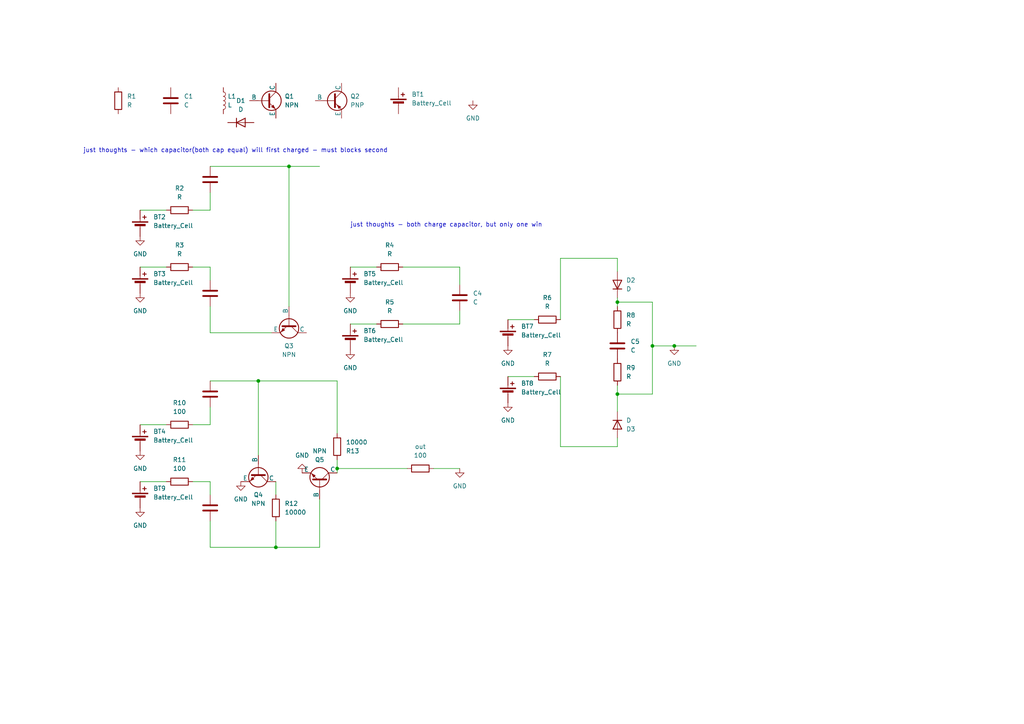
<source format=kicad_sch>
(kicad_sch (version 20230121) (generator eeschema)
  (paper "A4")
  (lib_symbols
    (symbol "Device:Battery_Cell" (pin_numbers hide) (pin_names (offset 0) hide)
      (property "Reference" "BT" (at 2.54 2.54 0))
      (property "Value" "Battery_Cell" (at 2.54 0 0))
      (symbol "Battery_Cell_0_1"
        (rectangle (start -2.286 1.778) (end 2.286 1.524) (fill (type outline)))
        (rectangle (start -1.524 1.016) (end 1.524 0.508) (fill (type outline)))
        (polyline (pts (xy 0 0.762) (xy 0 0)))
        (polyline (pts (xy 0 1.778) (xy 0 2.54)))
        (polyline (pts (xy 0.762 3.048) (xy 1.778 3.048)) (stroke (width 0.254)))
        (polyline (pts (xy 1.27 3.556) (xy 1.27 2.54)) (stroke (width 0.254)))
      )
      (symbol "Battery_Cell_1_1"
        (pin passive line (at 0 5.08 270) (length 2.54) (name "+") (number "1"))
        (pin passive line (at 0 -2.54 90) (length 2.54) (name "-") (number "2"))
      )
    )
    (symbol "Device:C" (pin_numbers hide) (pin_names (offset 0.254))
      (property "Reference" "C" (at 0.635 2.54 0))
      (property "Value" "C" (at 0.635 -2.54 0))
      (symbol "C_0_1"
        (polyline (pts (xy -2.032 -0.762) (xy 2.032 -0.762)) (stroke (width 0.508)))
        (polyline (pts (xy -2.032 0.762) (xy 2.032 0.762)) (stroke (width 0.508)))
      )
      (symbol "C_1_1"
        (pin passive line (at 0 3.81 270) (length 2.794) (name "~") (number "1"))
        (pin passive line (at 0 -3.81 90) (length 2.794) (name "~") (number "2"))
      )
    )
    (symbol "Device:D" (pin_numbers hide) (pin_names (offset 1.016) hide)
      (property "Reference" "D" (at 0 2.54 0))
      (property "Value" "D" (at 0 -2.54 0))
      (symbol "D_0_1"
        (polyline (pts (xy -1.27 1.27) (xy -1.27 -1.27)) (stroke (width 0.254)))
        (polyline (pts (xy 1.27 0) (xy -1.27 0)))
        (polyline (pts (xy 1.27 1.27) (xy 1.27 -1.27) (xy -1.27 0) (xy 1.27 1.27)) (stroke (width 0.254)))
      )
      (symbol "D_1_1"
        (pin passive line (at -3.81 0 0) (length 2.54) (name "K") (number "1"))
        (pin passive line (at 3.81 0 180) (length 2.54) (name "A") (number "2"))
      )
    )
    (symbol "Device:L" (pin_numbers hide) (pin_names (offset 1.016) hide)
      (property "Reference" "L" (at -1.27 0 90))
      (property "Value" "L" (at 1.905 0 90))
      (symbol "L_0_1"
        (arc (start 0 -2.54) (mid 0.6323 -1.905) (end 0 -1.27))
        (arc (start 0 -1.27) (mid 0.6323 -0.635) (end 0 0))
        (arc (start 0 0) (mid 0.6323 0.635) (end 0 1.27))
        (arc (start 0 1.27) (mid 0.6323 1.905) (end 0 2.54))
      )
      (symbol "L_1_1"
        (pin passive line (at 0 3.81 270) (length 1.27) (name "1") (number "1"))
        (pin passive line (at 0 -3.81 90) (length 1.27) (name "2") (number "2"))
      )
    )
    (symbol "Device:R" (pin_numbers hide) (pin_names (offset 0))
      (property "Reference" "R" (at 2.032 0 90))
      (property "Value" "R" (at 0 0 90))
      (symbol "R_0_1"
        (rectangle (start -1.016 -2.54) (end 1.016 2.54) (stroke (width 0.254)))
      )
      (symbol "R_1_1"
        (pin passive line (at 0 3.81 270) (length 1.27) (name "~") (number "1"))
        (pin passive line (at 0 -3.81 90) (length 1.27) (name "~") (number "2"))
      )
    )
    (symbol "Simulation_SPICE:NPN" (pin_numbers hide) (pin_names (offset 0))
      (property "Reference" "Q" (at -2.54 7.62 0))
      (property "Value" "NPN" (at -2.54 5.08 0))
      (symbol "NPN_0_1"
        (polyline (pts (xy -2.54 0) (xy 0.635 0)) (stroke (width 0.1524)))
        (polyline (pts (xy 0.635 0.635) (xy 2.54 2.54)))
        (polyline (pts (xy 2.794 -1.27) (xy 2.794 -1.27)) (stroke (width 0.1524)))
        (polyline (pts (xy 2.794 -1.27) (xy 2.794 -1.27)) (stroke (width 0.1524)))
        (polyline (pts (xy 0.635 -0.635) (xy 2.54 -2.54) (xy 2.54 -2.54)))
        (polyline (pts (xy 0.635 1.905) (xy 0.635 -1.905) (xy 0.635 -1.905)) (stroke (width 0.508)))
        (polyline (pts (xy 1.27 -1.778) (xy 1.778 -1.27) (xy 2.286 -2.286) (xy 1.27 -1.778) (xy 1.27 -1.778)) (fill (type outline)))
        (circle (center 1.27 0) (radius 2.8194) (stroke (width 0.254)))
      )
      (symbol "NPN_1_1"
        (pin open_collector line (at 2.54 5.08 270) (length 2.54) (name "C") (number "1"))
        (pin input line (at -5.08 0 0) (length 2.54) (name "B") (number "2"))
        (pin open_emitter line (at 2.54 -5.08 90) (length 2.54) (name "E") (number "3"))
      )
    )
    (symbol "Simulation_SPICE:PNP" (pin_numbers hide) (pin_names (offset 0))
      (property "Reference" "Q" (at -2.54 7.62 0))
      (property "Value" "PNP" (at -2.54 5.08 0))
      (symbol "PNP_0_1"
        (polyline (pts (xy -2.54 0) (xy 0.635 0)) (stroke (width 0.1524)))
        (polyline (pts (xy 0.635 0.635) (xy 2.54 2.54)))
        (polyline (pts (xy 0.635 -0.635) (xy 2.54 -2.54) (xy 2.54 -2.54)))
        (polyline (pts (xy 0.635 1.905) (xy 0.635 -1.905) (xy 0.635 -1.905)) (stroke (width 0.508)))
        (polyline (pts (xy 2.286 -1.778) (xy 1.778 -2.286) (xy 1.27 -1.27) (xy 2.286 -1.778) (xy 2.286 -1.778)) (fill (type outline)))
        (circle (center 1.27 0) (radius 2.8194) (stroke (width 0.254)))
      )
      (symbol "PNP_1_1"
        (pin open_collector line (at 2.54 5.08 270) (length 2.54) (name "C") (number "1"))
        (pin input line (at -5.08 0 0) (length 2.54) (name "B") (number "2"))
        (pin open_emitter line (at 2.54 -5.08 90) (length 2.54) (name "E") (number "3"))
      )
    )
    (symbol "power:GND" (power) (pin_names (offset 0))
      (property "Value" "GND" (at 0 -3.81 0))
      (symbol "GND_0_1"
        (polyline (pts (xy 0 0) (xy 0 -1.27) (xy 1.27 -1.27) (xy 0 -2.54) (xy -1.27 -1.27) (xy 0 -1.27)))
      )
      (symbol "GND_1_1"
        (pin power_in line (at 0 0 270) (length 0) hide (name "GND") (number "1"))
      )
    )
  )
  (junction (at 179.07 87.63))
  (junction (at 80.01 158.75))
  (junction (at 83.82 48.26))
  (junction (at 97.79 135.89))
  (junction (at 189.23 100.33))
  (junction (at 179.07 114.3))
  (junction (at 74.93 110.49))
  (junction (at 195.58 100.33))
  (wire (pts (xy 195.58 100.33) (xy 201.93 100.33)))
  (wire (pts (xy 60.96 55.88) (xy 60.96 60.96)))
  (wire (pts (xy 147.32 109.22) (xy 154.94 109.22)))
  (wire (pts (xy 60.96 110.49) (xy 74.93 110.49)))
  (wire (pts (xy 162.56 109.22) (xy 162.56 129.54)))
  (wire (pts (xy 40.64 77.47) (xy 48.26 77.47)))
  (wire (pts (xy 162.56 74.93) (xy 179.07 74.93)))
  (wire (pts (xy 60.96 77.47) (xy 60.96 81.28)))
  (wire (pts (xy 189.23 114.3) (xy 179.07 114.3)))
  (wire (pts (xy 101.6 77.47) (xy 109.22 77.47)))
  (wire (pts (xy 189.23 87.63) (xy 189.23 100.33)))
  (wire (pts (xy 40.64 139.7) (xy 48.26 139.7)))
  (wire (pts (xy 125.73 135.89) (xy 133.35 135.89)))
  (wire (pts (xy 179.07 114.3) (xy 179.07 119.38)))
  (wire (pts (xy 179.07 129.54) (xy 179.07 127)))
  (wire (pts (xy 162.56 92.71) (xy 162.56 74.93)))
  (wire (pts (xy 179.07 74.93) (xy 179.07 78.74)))
  (wire (pts (xy 179.07 87.63) (xy 189.23 87.63)))
  (wire (pts (xy 80.01 158.75) (xy 92.71 158.75)))
  (wire (pts (xy 147.32 92.71) (xy 154.94 92.71)))
  (wire (pts (xy 179.07 111.76) (xy 179.07 114.3)))
  (wire (pts (xy 40.64 123.19) (xy 48.26 123.19)))
  (wire (pts (xy 97.79 135.89) (xy 97.79 133.35)))
  (wire (pts (xy 60.96 88.9) (xy 60.96 96.52)))
  (wire (pts (xy 83.82 48.26) (xy 83.82 88.9)))
  (wire (pts (xy 133.35 77.47) (xy 133.35 82.55)))
  (wire (pts (xy 74.93 110.49) (xy 97.79 110.49)))
  (wire (pts (xy 60.96 139.7) (xy 60.96 143.51)))
  (wire (pts (xy 55.88 139.7) (xy 60.96 139.7)))
  (wire (pts (xy 101.6 93.98) (xy 109.22 93.98)))
  (wire (pts (xy 60.96 96.52) (xy 78.74 96.52)))
  (wire (pts (xy 80.01 151.13) (xy 80.01 158.75)))
  (wire (pts (xy 40.64 60.96) (xy 48.26 60.96)))
  (wire (pts (xy 189.23 100.33) (xy 195.58 100.33)))
  (wire (pts (xy 60.96 118.11) (xy 60.96 123.19)))
  (wire (pts (xy 97.79 137.16) (xy 97.79 135.89)))
  (wire (pts (xy 60.96 48.26) (xy 83.82 48.26)))
  (wire (pts (xy 55.88 123.19) (xy 60.96 123.19)))
  (wire (pts (xy 179.07 86.36) (xy 179.07 87.63)))
  (wire (pts (xy 55.88 77.47) (xy 60.96 77.47)))
  (wire (pts (xy 55.88 60.96) (xy 60.96 60.96)))
  (wire (pts (xy 97.79 110.49) (xy 97.79 125.73)))
  (wire (pts (xy 80.01 139.7) (xy 80.01 143.51)))
  (wire (pts (xy 179.07 87.63) (xy 179.07 88.9)))
  (wire (pts (xy 133.35 90.17) (xy 133.35 93.98)))
  (wire (pts (xy 133.35 93.98) (xy 116.84 93.98)))
  (wire (pts (xy 60.96 151.13) (xy 60.96 158.75)))
  (wire (pts (xy 74.93 110.49) (xy 74.93 132.08)))
  (wire (pts (xy 97.79 135.89) (xy 118.11 135.89)))
  (wire (pts (xy 92.71 158.75) (xy 92.71 144.78)))
  (wire (pts (xy 116.84 77.47) (xy 133.35 77.47)))
  (wire (pts (xy 60.96 158.75) (xy 80.01 158.75)))
  (wire (pts (xy 83.82 48.26) (xy 92.71 48.26)))
  (wire (pts (xy 189.23 100.33) (xy 189.23 114.3)))
  (wire (pts (xy 162.56 129.54) (xy 179.07 129.54)))
  (text "just thoughts - both charge capacitor, but only one win" (at 101.6 66.04 0) (effects (font (size 1.27 1.27)) (justify left bottom)))
  (text "just thoughts - which capacitor(both cap equal) will first charged - must blocks second" (at 24.13 44.45 0) (effects (font (size 1.27 1.27)) (justify left bottom)))
  (symbol (lib_id "power:GND") (at 87.63 137.16 0) (mirror x) (unit 1)
    (property "Reference" "#PWR012" (effects hide))
    (property "Value" "GND" (at 87.63 132.08 0))
  )
  (symbol (lib_id "power:GND") (at 147.32 100.33 0) (unit 1)
    (property "Reference" "#PWR06" (effects hide))
    (property "Value" "GND" (at 147.32 105.41 0))
  )
  (symbol (lib_id "Device:C") (at 49.53 29.21 0) (unit 1)
    (property "Reference" "C1" (at 53.34 27.94 0) (effects (justify left)))
    (property "Value" "C" (at 53.34 30.48 0) (effects (justify left)))
  )
  (symbol (lib_id "Device:R") (at 158.75 92.71 90) (unit 1)
    (property "Reference" "R6" (at 158.75 86.36 90))
    (property "Value" "R" (at 158.75 88.9 90))
  )
  (symbol (lib_id "Device:Battery_Cell") (at 101.6 82.55 0) (unit 1)
    (property "Reference" "BT5" (at 105.41 79.4385 0) (effects (justify left)))
    (property "Value" "Battery_Cell" (at 105.41 81.9785 0) (effects (justify left)))
  )
  (symbol (lib_id "power:GND") (at 133.35 135.89 0) (unit 1)
    (property "Reference" "#PWR013" (effects hide))
    (property "Value" "GND" (at 133.35 140.97 0))
  )
  (symbol (lib_id "Device:R") (at 97.79 129.54 0) (mirror y) (unit 1)
    (property "Reference" "R13" (at 100.33 130.81 0) (effects (justify right)))
    (property "Value" "10000" (at 100.33 128.27 0) (effects (justify right)))
  )
  (symbol (lib_id "Device:Battery_Cell") (at 40.64 66.04 0) (unit 1)
    (property "Reference" "BT2" (at 44.45 62.9285 0) (effects (justify left)))
    (property "Value" "Battery_Cell" (at 44.45 65.4685 0) (effects (justify left)))
  )
  (symbol (lib_id "Device:R") (at 34.29 29.21 0) (unit 1)
    (property "Reference" "R1" (at 36.83 27.94 0) (effects (justify left)))
    (property "Value" "R" (at 36.83 30.48 0) (effects (justify left)))
  )
  (symbol (lib_id "Device:C") (at 60.96 52.07 0) (unit 1)
    (property "Reference" "C2" (effects hide))
    (property "Value" "C" (effects hide))
  )
  (symbol (lib_id "Device:R") (at 113.03 77.47 90) (unit 1)
    (property "Reference" "R4" (at 113.03 71.12 90))
    (property "Value" "R" (at 113.03 73.66 90))
  )
  (symbol (lib_id "Device:Battery_Cell") (at 147.32 114.3 0) (unit 1)
    (property "Reference" "BT8" (at 151.13 111.1885 0) (effects (justify left)))
    (property "Value" "Battery_Cell" (at 151.13 113.7285 0) (effects (justify left)))
  )
  (symbol (lib_id "Device:C") (at 133.35 86.36 0) (unit 1)
    (property "Reference" "C4" (at 137.16 85.09 0) (effects (justify left)))
    (property "Value" "C" (at 137.16 87.63 0) (effects (justify left)))
  )
  (symbol (lib_id "Device:R") (at 179.07 107.95 180) (unit 1)
    (property "Reference" "R9" (at 181.61 106.68 0) (effects (justify right)))
    (property "Value" "R" (at 181.61 109.22 0) (effects (justify right)))
  )
  (symbol (lib_id "Simulation_SPICE:NPN") (at 92.71 139.7 270) (mirror x) (unit 1)
    (property "Reference" "Q5" (at 92.71 133.35 90))
    (property "Value" "NPN" (at 92.71 130.81 90))
    (property "Sim.Device" "NPN" (effects hide))
    (property "Sim.Type" "GUMMELPOON" (effects hide))
    (property "Sim.Pins" "1=C 2=B 3=E" (effects hide))
  )
  (symbol (lib_id "power:GND") (at 40.64 68.58 0) (unit 1)
    (property "Reference" "#PWR02" (effects hide))
    (property "Value" "GND" (at 40.64 73.66 0))
  )
  (symbol (lib_id "power:GND") (at 101.6 101.6 0) (unit 1)
    (property "Reference" "#PWR05" (effects hide))
    (property "Value" "GND" (at 101.6 106.68 0))
  )
  (symbol (lib_id "power:GND") (at 40.64 85.09 0) (unit 1)
    (property "Reference" "#PWR03" (effects hide))
    (property "Value" "GND" (at 40.64 90.17 0))
  )
  (symbol (lib_id "Device:R") (at 52.07 123.19 90) (unit 1)
    (property "Reference" "R10" (at 52.07 116.84 90))
    (property "Value" "100" (at 52.07 119.38 90))
  )
  (symbol (lib_id "power:GND") (at 195.58 100.33 0) (unit 1)
    (property "Reference" "#PWR08" (effects hide))
    (property "Value" "GND" (at 195.58 105.41 0))
  )
  (symbol (lib_id "power:GND") (at 101.6 85.09 0) (unit 1)
    (property "Reference" "#PWR04" (effects hide))
    (property "Value" "GND" (at 101.6 90.17 0))
  )
  (symbol (lib_id "Device:Battery_Cell") (at 40.64 82.55 0) (unit 1)
    (property "Reference" "BT3" (at 44.45 79.4385 0) (effects (justify left)))
    (property "Value" "Battery_Cell" (at 44.45 81.9785 0) (effects (justify left)))
  )
  (symbol (lib_id "Device:R") (at 158.75 109.22 90) (unit 1)
    (property "Reference" "R7" (at 158.75 102.87 90))
    (property "Value" "R" (at 158.75 105.41 90))
  )
  (symbol (lib_id "Device:R") (at 179.07 92.71 180) (unit 1)
    (property "Reference" "R8" (at 181.61 91.44 0) (effects (justify right)))
    (property "Value" "R" (at 181.61 93.98 0) (effects (justify right)))
  )
  (symbol (lib_id "power:GND") (at 69.85 139.7 0) (unit 1)
    (property "Reference" "#PWR011" (effects hide))
    (property "Value" "GND" (at 69.85 144.78 0))
  )
  (symbol (lib_id "Device:D") (at 179.07 82.55 90) (unit 1)
    (property "Reference" "D2" (at 181.61 81.28 90) (effects (justify right)))
    (property "Value" "D" (at 181.61 83.82 90) (effects (justify right)))
    (property "Sim.Device" "D" (effects hide))
    (property "Sim.Pins" "1=K 2=A" (effects hide))
  )
  (symbol (lib_id "Device:D") (at 179.07 123.19 90) (mirror x) (unit 1)
    (property "Reference" "D3" (at 181.61 124.46 90) (effects (justify right)))
    (property "Value" "D" (at 181.61 121.92 90) (effects (justify right)))
    (property "Sim.Device" "D" (effects hide))
    (property "Sim.Pins" "1=K 2=A" (effects hide))
  )
  (symbol (lib_id "Device:Battery_Cell") (at 147.32 97.79 0) (unit 1)
    (property "Reference" "BT7" (at 151.13 94.6785 0) (effects (justify left)))
    (property "Value" "Battery_Cell" (at 151.13 97.2185 0) (effects (justify left)))
  )
  (symbol (lib_id "Device:D") (at 69.85 35.56 0) (unit 1)
    (property "Reference" "D1" (at 69.85 29.21 0))
    (property "Value" "D" (at 69.85 31.75 0))
    (property "Sim.Device" "D" (effects hide))
    (property "Sim.Pins" "1=K 2=A" (effects hide))
  )
  (symbol (lib_id "Device:C") (at 60.96 85.09 0) (unit 1)
    (property "Reference" "C3" (effects hide))
    (property "Value" "C" (effects hide))
  )
  (symbol (lib_id "Device:C") (at 60.96 147.32 0) (unit 1)
    (property "Reference" "C7" (effects hide))
    (property "Value" "C" (effects hide))
  )
  (symbol (lib_id "Simulation_SPICE:NPN") (at 77.47 29.21 0) (unit 1)
    (property "Reference" "Q1" (at 82.55 27.94 0) (effects (justify left)))
    (property "Value" "NPN" (at 82.55 30.48 0) (effects (justify left)))
    (property "Sim.Device" "NPN" (effects hide))
    (property "Sim.Type" "GUMMELPOON" (effects hide))
    (property "Sim.Pins" "1=C 2=B 3=E" (effects hide))
  )
  (symbol (lib_id "Device:Battery_Cell") (at 40.64 128.27 0) (unit 1)
    (property "Reference" "BT4" (at 44.45 125.1585 0) (effects (justify left)))
    (property "Value" "Battery_Cell" (at 44.45 127.6985 0) (effects (justify left)))
  )
  (symbol (lib_id "Device:R") (at 52.07 60.96 90) (unit 1)
    (property "Reference" "R2" (at 52.07 54.61 90))
    (property "Value" "R" (at 52.07 57.15 90))
  )
  (symbol (lib_id "power:GND") (at 40.64 147.32 0) (unit 1)
    (property "Reference" "#PWR010" (effects hide))
    (property "Value" "GND" (at 40.64 152.4 0))
  )
  (symbol (lib_id "Device:R") (at 121.92 135.89 90) (unit 1)
    (property "Reference" "out" (at 121.92 129.54 90))
    (property "Value" "100" (at 121.92 132.08 90))
  )
  (symbol (lib_id "power:GND") (at 40.64 130.81 0) (unit 1)
    (property "Reference" "#PWR09" (effects hide))
    (property "Value" "GND" (at 40.64 135.89 0))
  )
  (symbol (lib_id "power:GND") (at 137.16 29.21 0) (unit 1)
    (property "Reference" "#PWR01" (effects hide))
    (property "Value" "GND" (at 137.16 34.29 0))
  )
  (symbol (lib_id "Device:Battery_Cell") (at 40.64 144.78 0) (unit 1)
    (property "Reference" "BT9" (at 44.45 141.6685 0) (effects (justify left)))
    (property "Value" "Battery_Cell" (at 44.45 144.2085 0) (effects (justify left)))
  )
  (symbol (lib_id "Simulation_SPICE:NPN") (at 74.93 137.16 270) (unit 1)
    (property "Reference" "Q4" (at 74.93 143.51 90))
    (property "Value" "NPN" (at 74.93 146.05 90))
    (property "Sim.Device" "NPN" (effects hide))
    (property "Sim.Type" "GUMMELPOON" (effects hide))
    (property "Sim.Pins" "1=C 2=B 3=E" (effects hide))
  )
  (symbol (lib_id "Device:C") (at 179.07 100.33 0) (unit 1)
    (property "Reference" "C5" (at 182.88 99.06 0) (effects (justify left)))
    (property "Value" "C" (at 182.88 101.6 0) (effects (justify left)))
  )
  (symbol (lib_id "Simulation_SPICE:NPN") (at 83.82 93.98 270) (unit 1)
    (property "Reference" "Q3" (at 83.82 100.33 90))
    (property "Value" "NPN" (at 83.82 102.87 90))
    (property "Sim.Device" "NPN" (effects hide))
    (property "Sim.Type" "GUMMELPOON" (effects hide))
    (property "Sim.Pins" "1=C 2=B 3=E" (effects hide))
  )
  (symbol (lib_id "Device:R") (at 52.07 139.7 90) (unit 1)
    (property "Reference" "R11" (at 52.07 133.35 90))
    (property "Value" "100" (at 52.07 135.89 90))
  )
  (symbol (lib_id "Device:Battery_Cell") (at 101.6 99.06 0) (unit 1)
    (property "Reference" "BT6" (at 105.41 95.9485 0) (effects (justify left)))
    (property "Value" "Battery_Cell" (at 105.41 98.4885 0) (effects (justify left)))
  )
  (symbol (lib_id "Simulation_SPICE:PNP") (at 96.52 29.21 0) (unit 1)
    (property "Reference" "Q2" (at 101.6 27.94 0) (effects (justify left)))
    (property "Value" "PNP" (at 101.6 30.48 0) (effects (justify left)))
    (property "Sim.Device" "PNP" (effects hide))
    (property "Sim.Type" "GUMMELPOON" (effects hide))
    (property "Sim.Pins" "1=C 2=B 3=E" (effects hide))
  )
  (symbol (lib_id "Device:L") (at 64.77 29.21 0) (unit 1)
    (property "Reference" "L1" (at 66.04 27.94 0) (effects (justify left)))
    (property "Value" "L" (at 66.04 30.48 0) (effects (justify left)))
  )
  (symbol (lib_id "power:GND") (at 147.32 116.84 0) (unit 1)
    (property "Reference" "#PWR07" (effects hide))
    (property "Value" "GND" (at 147.32 121.92 0))
  )
  (symbol (lib_id "Device:R") (at 113.03 93.98 90) (unit 1)
    (property "Reference" "R5" (at 113.03 87.63 90))
    (property "Value" "R" (at 113.03 90.17 90))
  )
  (symbol (lib_id "Device:R") (at 52.07 77.47 90) (unit 1)
    (property "Reference" "R3" (at 52.07 71.12 90))
    (property "Value" "R" (at 52.07 73.66 90))
  )
  (symbol (lib_id "Device:C") (at 60.96 114.3 0) (unit 1)
    (property "Reference" "C6" (effects hide))
    (property "Value" "C" (effects hide))
  )
  (symbol (lib_id "Device:R") (at 80.01 147.32 180) (unit 1)
    (property "Reference" "R12" (at 82.55 146.05 0) (effects (justify right)))
    (property "Value" "10000" (at 82.55 148.59 0) (effects (justify right)))
  )
  (symbol (lib_id "Device:Battery_Cell") (at 115.57 30.48 0) (unit 1)
    (property "Reference" "BT1" (at 119.38 27.3685 0) (effects (justify left)))
    (property "Value" "Battery_Cell" (at 119.38 29.9085 0) (effects (justify left)))
  )
)
</source>
